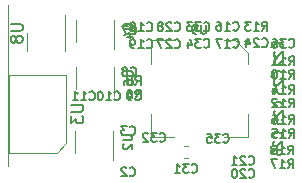
<source format=gbr>
G04 #@! TF.GenerationSoftware,KiCad,Pcbnew,(5.1.5-0-10_14)*
G04 #@! TF.CreationDate,2020-08-21T21:41:28-04:00*
G04 #@! TF.ProjectId,ESLO,45534c4f-2e6b-4696-9361-645f70636258,rev?*
G04 #@! TF.SameCoordinates,Original*
G04 #@! TF.FileFunction,Legend,Bot*
G04 #@! TF.FilePolarity,Positive*
%FSLAX46Y46*%
G04 Gerber Fmt 4.6, Leading zero omitted, Abs format (unit mm)*
G04 Created by KiCad (PCBNEW (5.1.5-0-10_14)) date 2020-08-21 21:41:28*
%MOMM*%
%LPD*%
G04 APERTURE LIST*
%ADD10C,0.120000*%
%ADD11C,0.100000*%
%ADD12C,0.200000*%
%ADD13C,0.150000*%
G04 APERTURE END LIST*
D10*
X146100000Y-100200000D02*
X146100000Y-113800000D01*
D11*
X168370000Y-109925000D02*
G75*
G03X168370000Y-109925000I-50000J0D01*
G01*
X168370000Y-106225000D02*
G75*
G03X168370000Y-106225000I-50000J0D01*
G01*
X166095000Y-100875000D02*
G75*
G03X166095000Y-100875000I-50000J0D01*
G01*
X168370000Y-107375000D02*
G75*
G03X168370000Y-107375000I-50000J0D01*
G01*
X168370000Y-103800000D02*
G75*
G03X168370000Y-103800000I-50000J0D01*
G01*
X168370000Y-104925000D02*
G75*
G03X168370000Y-104925000I-50000J0D01*
G01*
D10*
X160999721Y-112140000D02*
X161325279Y-112140000D01*
X160999721Y-113160000D02*
X161325279Y-113160000D01*
X154960000Y-110900000D02*
X154960000Y-113350000D01*
X151740000Y-112700000D02*
X151740000Y-110900000D01*
D12*
X166400000Y-103300000D02*
G75*
G03X166400000Y-103300000I-100000J0D01*
G01*
D10*
X166420000Y-104300000D02*
X166420000Y-105180000D01*
X165300000Y-103180000D02*
X166420000Y-104300000D01*
X164420000Y-103180000D02*
X165300000Y-103180000D01*
X166420000Y-111420000D02*
X166420000Y-109420000D01*
X164420000Y-111420000D02*
X166420000Y-111420000D01*
X158180000Y-103180000D02*
X158180000Y-105180000D01*
X160180000Y-103180000D02*
X158180000Y-103180000D01*
X158180000Y-111420000D02*
X158180000Y-109420000D01*
X160180000Y-111420000D02*
X158180000Y-111420000D01*
X158180000Y-103180000D02*
X158180000Y-105180000D01*
X160180000Y-103180000D02*
X158180000Y-103180000D01*
X158180000Y-103180000D02*
X158180000Y-105180000D01*
X160180000Y-103180000D02*
X158180000Y-103180000D01*
X146205000Y-112725000D02*
X150215000Y-112725000D01*
X146205000Y-106125000D02*
X146205000Y-112725000D01*
X151015000Y-106125000D02*
X146205000Y-106125000D01*
X151015000Y-111925000D02*
X151015000Y-106125000D01*
X150215000Y-112725000D02*
X151015000Y-111925000D01*
X150960000Y-101080000D02*
X150960000Y-104080000D01*
X147740000Y-102580000D02*
X147740000Y-104080000D01*
X155060000Y-105500000D02*
X155060000Y-107950000D01*
X151840000Y-107300000D02*
X151840000Y-105500000D01*
X155060000Y-101500000D02*
X155060000Y-103950000D01*
X151840000Y-103300000D02*
X151840000Y-101500000D01*
D13*
X169237857Y-111452857D02*
X169273571Y-111417142D01*
X169309285Y-111310000D01*
X169309285Y-111238571D01*
X169273571Y-111131428D01*
X169202142Y-111060000D01*
X169130714Y-111024285D01*
X168987857Y-110988571D01*
X168880714Y-110988571D01*
X168737857Y-111024285D01*
X168666428Y-111060000D01*
X168595000Y-111131428D01*
X168559285Y-111238571D01*
X168559285Y-111310000D01*
X168595000Y-111417142D01*
X168630714Y-111452857D01*
X168630714Y-111738571D02*
X168595000Y-111774285D01*
X168559285Y-111845714D01*
X168559285Y-112024285D01*
X168595000Y-112095714D01*
X168630714Y-112131428D01*
X168702142Y-112167142D01*
X168773571Y-112167142D01*
X168880714Y-112131428D01*
X169309285Y-111702857D01*
X169309285Y-112167142D01*
X168559285Y-112810000D02*
X168559285Y-112667142D01*
X168595000Y-112595714D01*
X168630714Y-112560000D01*
X168737857Y-112488571D01*
X168880714Y-112452857D01*
X169166428Y-112452857D01*
X169237857Y-112488571D01*
X169273571Y-112524285D01*
X169309285Y-112595714D01*
X169309285Y-112738571D01*
X169273571Y-112810000D01*
X169237857Y-112845714D01*
X169166428Y-112881428D01*
X168987857Y-112881428D01*
X168916428Y-112845714D01*
X168880714Y-112810000D01*
X168845000Y-112738571D01*
X168845000Y-112595714D01*
X168880714Y-112524285D01*
X168916428Y-112488571D01*
X168987857Y-112452857D01*
X164342142Y-111797857D02*
X164377857Y-111833571D01*
X164485000Y-111869285D01*
X164556428Y-111869285D01*
X164663571Y-111833571D01*
X164735000Y-111762142D01*
X164770714Y-111690714D01*
X164806428Y-111547857D01*
X164806428Y-111440714D01*
X164770714Y-111297857D01*
X164735000Y-111226428D01*
X164663571Y-111155000D01*
X164556428Y-111119285D01*
X164485000Y-111119285D01*
X164377857Y-111155000D01*
X164342142Y-111190714D01*
X164092142Y-111119285D02*
X163627857Y-111119285D01*
X163877857Y-111405000D01*
X163770714Y-111405000D01*
X163699285Y-111440714D01*
X163663571Y-111476428D01*
X163627857Y-111547857D01*
X163627857Y-111726428D01*
X163663571Y-111797857D01*
X163699285Y-111833571D01*
X163770714Y-111869285D01*
X163985000Y-111869285D01*
X164056428Y-111833571D01*
X164092142Y-111797857D01*
X162949285Y-111119285D02*
X163306428Y-111119285D01*
X163342142Y-111476428D01*
X163306428Y-111440714D01*
X163235000Y-111405000D01*
X163056428Y-111405000D01*
X162985000Y-111440714D01*
X162949285Y-111476428D01*
X162913571Y-111547857D01*
X162913571Y-111726428D01*
X162949285Y-111797857D01*
X162985000Y-111833571D01*
X163056428Y-111869285D01*
X163235000Y-111869285D01*
X163306428Y-111833571D01*
X163342142Y-111797857D01*
X162692142Y-103762857D02*
X162727857Y-103798571D01*
X162835000Y-103834285D01*
X162906428Y-103834285D01*
X163013571Y-103798571D01*
X163085000Y-103727142D01*
X163120714Y-103655714D01*
X163156428Y-103512857D01*
X163156428Y-103405714D01*
X163120714Y-103262857D01*
X163085000Y-103191428D01*
X163013571Y-103120000D01*
X162906428Y-103084285D01*
X162835000Y-103084285D01*
X162727857Y-103120000D01*
X162692142Y-103155714D01*
X162442142Y-103084285D02*
X161977857Y-103084285D01*
X162227857Y-103370000D01*
X162120714Y-103370000D01*
X162049285Y-103405714D01*
X162013571Y-103441428D01*
X161977857Y-103512857D01*
X161977857Y-103691428D01*
X162013571Y-103762857D01*
X162049285Y-103798571D01*
X162120714Y-103834285D01*
X162335000Y-103834285D01*
X162406428Y-103798571D01*
X162442142Y-103762857D01*
X161335000Y-103334285D02*
X161335000Y-103834285D01*
X161513571Y-103048571D02*
X161692142Y-103584285D01*
X161227857Y-103584285D01*
X162692142Y-102337857D02*
X162727857Y-102373571D01*
X162835000Y-102409285D01*
X162906428Y-102409285D01*
X163013571Y-102373571D01*
X163085000Y-102302142D01*
X163120714Y-102230714D01*
X163156428Y-102087857D01*
X163156428Y-101980714D01*
X163120714Y-101837857D01*
X163085000Y-101766428D01*
X163013571Y-101695000D01*
X162906428Y-101659285D01*
X162835000Y-101659285D01*
X162727857Y-101695000D01*
X162692142Y-101730714D01*
X162442142Y-101659285D02*
X161977857Y-101659285D01*
X162227857Y-101945000D01*
X162120714Y-101945000D01*
X162049285Y-101980714D01*
X162013571Y-102016428D01*
X161977857Y-102087857D01*
X161977857Y-102266428D01*
X162013571Y-102337857D01*
X162049285Y-102373571D01*
X162120714Y-102409285D01*
X162335000Y-102409285D01*
X162406428Y-102373571D01*
X162442142Y-102337857D01*
X161727857Y-101659285D02*
X161263571Y-101659285D01*
X161513571Y-101945000D01*
X161406428Y-101945000D01*
X161335000Y-101980714D01*
X161299285Y-102016428D01*
X161263571Y-102087857D01*
X161263571Y-102266428D01*
X161299285Y-102337857D01*
X161335000Y-102373571D01*
X161406428Y-102409285D01*
X161620714Y-102409285D01*
X161692142Y-102373571D01*
X161727857Y-102337857D01*
X158942142Y-111722857D02*
X158977857Y-111758571D01*
X159085000Y-111794285D01*
X159156428Y-111794285D01*
X159263571Y-111758571D01*
X159335000Y-111687142D01*
X159370714Y-111615714D01*
X159406428Y-111472857D01*
X159406428Y-111365714D01*
X159370714Y-111222857D01*
X159335000Y-111151428D01*
X159263571Y-111080000D01*
X159156428Y-111044285D01*
X159085000Y-111044285D01*
X158977857Y-111080000D01*
X158942142Y-111115714D01*
X158692142Y-111044285D02*
X158227857Y-111044285D01*
X158477857Y-111330000D01*
X158370714Y-111330000D01*
X158299285Y-111365714D01*
X158263571Y-111401428D01*
X158227857Y-111472857D01*
X158227857Y-111651428D01*
X158263571Y-111722857D01*
X158299285Y-111758571D01*
X158370714Y-111794285D01*
X158585000Y-111794285D01*
X158656428Y-111758571D01*
X158692142Y-111722857D01*
X157942142Y-111115714D02*
X157906428Y-111080000D01*
X157835000Y-111044285D01*
X157656428Y-111044285D01*
X157585000Y-111080000D01*
X157549285Y-111115714D01*
X157513571Y-111187142D01*
X157513571Y-111258571D01*
X157549285Y-111365714D01*
X157977857Y-111794285D01*
X157513571Y-111794285D01*
X169842142Y-112859285D02*
X170092142Y-112502142D01*
X170270714Y-112859285D02*
X170270714Y-112109285D01*
X169985000Y-112109285D01*
X169913571Y-112145000D01*
X169877857Y-112180714D01*
X169842142Y-112252142D01*
X169842142Y-112359285D01*
X169877857Y-112430714D01*
X169913571Y-112466428D01*
X169985000Y-112502142D01*
X170270714Y-112502142D01*
X169127857Y-112859285D02*
X169556428Y-112859285D01*
X169342142Y-112859285D02*
X169342142Y-112109285D01*
X169413571Y-112216428D01*
X169485000Y-112287857D01*
X169556428Y-112323571D01*
X168699285Y-112430714D02*
X168770714Y-112395000D01*
X168806428Y-112359285D01*
X168842142Y-112287857D01*
X168842142Y-112252142D01*
X168806428Y-112180714D01*
X168770714Y-112145000D01*
X168699285Y-112109285D01*
X168556428Y-112109285D01*
X168485000Y-112145000D01*
X168449285Y-112180714D01*
X168413571Y-112252142D01*
X168413571Y-112287857D01*
X168449285Y-112359285D01*
X168485000Y-112395000D01*
X168556428Y-112430714D01*
X168699285Y-112430714D01*
X168770714Y-112466428D01*
X168806428Y-112502142D01*
X168842142Y-112573571D01*
X168842142Y-112716428D01*
X168806428Y-112787857D01*
X168770714Y-112823571D01*
X168699285Y-112859285D01*
X168556428Y-112859285D01*
X168485000Y-112823571D01*
X168449285Y-112787857D01*
X168413571Y-112716428D01*
X168413571Y-112573571D01*
X168449285Y-112502142D01*
X168485000Y-112466428D01*
X168556428Y-112430714D01*
X169842142Y-114034285D02*
X170092142Y-113677142D01*
X170270714Y-114034285D02*
X170270714Y-113284285D01*
X169985000Y-113284285D01*
X169913571Y-113320000D01*
X169877857Y-113355714D01*
X169842142Y-113427142D01*
X169842142Y-113534285D01*
X169877857Y-113605714D01*
X169913571Y-113641428D01*
X169985000Y-113677142D01*
X170270714Y-113677142D01*
X169127857Y-114034285D02*
X169556428Y-114034285D01*
X169342142Y-114034285D02*
X169342142Y-113284285D01*
X169413571Y-113391428D01*
X169485000Y-113462857D01*
X169556428Y-113498571D01*
X168877857Y-113284285D02*
X168377857Y-113284285D01*
X168699285Y-114034285D01*
X169892142Y-110259285D02*
X170142142Y-109902142D01*
X170320714Y-110259285D02*
X170320714Y-109509285D01*
X170035000Y-109509285D01*
X169963571Y-109545000D01*
X169927857Y-109580714D01*
X169892142Y-109652142D01*
X169892142Y-109759285D01*
X169927857Y-109830714D01*
X169963571Y-109866428D01*
X170035000Y-109902142D01*
X170320714Y-109902142D01*
X169177857Y-110259285D02*
X169606428Y-110259285D01*
X169392142Y-110259285D02*
X169392142Y-109509285D01*
X169463571Y-109616428D01*
X169535000Y-109687857D01*
X169606428Y-109723571D01*
X168535000Y-109509285D02*
X168677857Y-109509285D01*
X168749285Y-109545000D01*
X168785000Y-109580714D01*
X168856428Y-109687857D01*
X168892142Y-109830714D01*
X168892142Y-110116428D01*
X168856428Y-110187857D01*
X168820714Y-110223571D01*
X168749285Y-110259285D01*
X168606428Y-110259285D01*
X168535000Y-110223571D01*
X168499285Y-110187857D01*
X168463571Y-110116428D01*
X168463571Y-109937857D01*
X168499285Y-109866428D01*
X168535000Y-109830714D01*
X168606428Y-109795000D01*
X168749285Y-109795000D01*
X168820714Y-109830714D01*
X168856428Y-109866428D01*
X168892142Y-109937857D01*
X169892142Y-111434285D02*
X170142142Y-111077142D01*
X170320714Y-111434285D02*
X170320714Y-110684285D01*
X170035000Y-110684285D01*
X169963571Y-110720000D01*
X169927857Y-110755714D01*
X169892142Y-110827142D01*
X169892142Y-110934285D01*
X169927857Y-111005714D01*
X169963571Y-111041428D01*
X170035000Y-111077142D01*
X170320714Y-111077142D01*
X169177857Y-111434285D02*
X169606428Y-111434285D01*
X169392142Y-111434285D02*
X169392142Y-110684285D01*
X169463571Y-110791428D01*
X169535000Y-110862857D01*
X169606428Y-110898571D01*
X168499285Y-110684285D02*
X168856428Y-110684285D01*
X168892142Y-111041428D01*
X168856428Y-111005714D01*
X168785000Y-110970000D01*
X168606428Y-110970000D01*
X168535000Y-111005714D01*
X168499285Y-111041428D01*
X168463571Y-111112857D01*
X168463571Y-111291428D01*
X168499285Y-111362857D01*
X168535000Y-111398571D01*
X168606428Y-111434285D01*
X168785000Y-111434285D01*
X168856428Y-111398571D01*
X168892142Y-111362857D01*
X169892142Y-107734285D02*
X170142142Y-107377142D01*
X170320714Y-107734285D02*
X170320714Y-106984285D01*
X170035000Y-106984285D01*
X169963571Y-107020000D01*
X169927857Y-107055714D01*
X169892142Y-107127142D01*
X169892142Y-107234285D01*
X169927857Y-107305714D01*
X169963571Y-107341428D01*
X170035000Y-107377142D01*
X170320714Y-107377142D01*
X169177857Y-107734285D02*
X169606428Y-107734285D01*
X169392142Y-107734285D02*
X169392142Y-106984285D01*
X169463571Y-107091428D01*
X169535000Y-107162857D01*
X169606428Y-107198571D01*
X168535000Y-107234285D02*
X168535000Y-107734285D01*
X168713571Y-106948571D02*
X168892142Y-107484285D01*
X168427857Y-107484285D01*
X167617142Y-102384285D02*
X167867142Y-102027142D01*
X168045714Y-102384285D02*
X168045714Y-101634285D01*
X167760000Y-101634285D01*
X167688571Y-101670000D01*
X167652857Y-101705714D01*
X167617142Y-101777142D01*
X167617142Y-101884285D01*
X167652857Y-101955714D01*
X167688571Y-101991428D01*
X167760000Y-102027142D01*
X168045714Y-102027142D01*
X166902857Y-102384285D02*
X167331428Y-102384285D01*
X167117142Y-102384285D02*
X167117142Y-101634285D01*
X167188571Y-101741428D01*
X167260000Y-101812857D01*
X167331428Y-101848571D01*
X166652857Y-101634285D02*
X166188571Y-101634285D01*
X166438571Y-101920000D01*
X166331428Y-101920000D01*
X166260000Y-101955714D01*
X166224285Y-101991428D01*
X166188571Y-102062857D01*
X166188571Y-102241428D01*
X166224285Y-102312857D01*
X166260000Y-102348571D01*
X166331428Y-102384285D01*
X166545714Y-102384285D01*
X166617142Y-102348571D01*
X166652857Y-102312857D01*
X169892142Y-108884285D02*
X170142142Y-108527142D01*
X170320714Y-108884285D02*
X170320714Y-108134285D01*
X170035000Y-108134285D01*
X169963571Y-108170000D01*
X169927857Y-108205714D01*
X169892142Y-108277142D01*
X169892142Y-108384285D01*
X169927857Y-108455714D01*
X169963571Y-108491428D01*
X170035000Y-108527142D01*
X170320714Y-108527142D01*
X169177857Y-108884285D02*
X169606428Y-108884285D01*
X169392142Y-108884285D02*
X169392142Y-108134285D01*
X169463571Y-108241428D01*
X169535000Y-108312857D01*
X169606428Y-108348571D01*
X168892142Y-108205714D02*
X168856428Y-108170000D01*
X168785000Y-108134285D01*
X168606428Y-108134285D01*
X168535000Y-108170000D01*
X168499285Y-108205714D01*
X168463571Y-108277142D01*
X168463571Y-108348571D01*
X168499285Y-108455714D01*
X168927857Y-108884285D01*
X168463571Y-108884285D01*
X169892142Y-105309285D02*
X170142142Y-104952142D01*
X170320714Y-105309285D02*
X170320714Y-104559285D01*
X170035000Y-104559285D01*
X169963571Y-104595000D01*
X169927857Y-104630714D01*
X169892142Y-104702142D01*
X169892142Y-104809285D01*
X169927857Y-104880714D01*
X169963571Y-104916428D01*
X170035000Y-104952142D01*
X170320714Y-104952142D01*
X169177857Y-105309285D02*
X169606428Y-105309285D01*
X169392142Y-105309285D02*
X169392142Y-104559285D01*
X169463571Y-104666428D01*
X169535000Y-104737857D01*
X169606428Y-104773571D01*
X168463571Y-105309285D02*
X168892142Y-105309285D01*
X168677857Y-105309285D02*
X168677857Y-104559285D01*
X168749285Y-104666428D01*
X168820714Y-104737857D01*
X168892142Y-104773571D01*
X169892142Y-106434285D02*
X170142142Y-106077142D01*
X170320714Y-106434285D02*
X170320714Y-105684285D01*
X170035000Y-105684285D01*
X169963571Y-105720000D01*
X169927857Y-105755714D01*
X169892142Y-105827142D01*
X169892142Y-105934285D01*
X169927857Y-106005714D01*
X169963571Y-106041428D01*
X170035000Y-106077142D01*
X170320714Y-106077142D01*
X169177857Y-106434285D02*
X169606428Y-106434285D01*
X169392142Y-106434285D02*
X169392142Y-105684285D01*
X169463571Y-105791428D01*
X169535000Y-105862857D01*
X169606428Y-105898571D01*
X168713571Y-105684285D02*
X168642142Y-105684285D01*
X168570714Y-105720000D01*
X168535000Y-105755714D01*
X168499285Y-105827142D01*
X168463571Y-105970000D01*
X168463571Y-106148571D01*
X168499285Y-106291428D01*
X168535000Y-106362857D01*
X168570714Y-106398571D01*
X168642142Y-106434285D01*
X168713571Y-106434285D01*
X168785000Y-106398571D01*
X168820714Y-106362857D01*
X168856428Y-106291428D01*
X168892142Y-106148571D01*
X168892142Y-105970000D01*
X168856428Y-105827142D01*
X168820714Y-105755714D01*
X168785000Y-105720000D01*
X168713571Y-105684285D01*
X169892142Y-103737857D02*
X169927857Y-103773571D01*
X170035000Y-103809285D01*
X170106428Y-103809285D01*
X170213571Y-103773571D01*
X170285000Y-103702142D01*
X170320714Y-103630714D01*
X170356428Y-103487857D01*
X170356428Y-103380714D01*
X170320714Y-103237857D01*
X170285000Y-103166428D01*
X170213571Y-103095000D01*
X170106428Y-103059285D01*
X170035000Y-103059285D01*
X169927857Y-103095000D01*
X169892142Y-103130714D01*
X169642142Y-103059285D02*
X169177857Y-103059285D01*
X169427857Y-103345000D01*
X169320714Y-103345000D01*
X169249285Y-103380714D01*
X169213571Y-103416428D01*
X169177857Y-103487857D01*
X169177857Y-103666428D01*
X169213571Y-103737857D01*
X169249285Y-103773571D01*
X169320714Y-103809285D01*
X169535000Y-103809285D01*
X169606428Y-103773571D01*
X169642142Y-103737857D01*
X168535000Y-103059285D02*
X168677857Y-103059285D01*
X168749285Y-103095000D01*
X168785000Y-103130714D01*
X168856428Y-103237857D01*
X168892142Y-103380714D01*
X168892142Y-103666428D01*
X168856428Y-103737857D01*
X168820714Y-103773571D01*
X168749285Y-103809285D01*
X168606428Y-103809285D01*
X168535000Y-103773571D01*
X168499285Y-103737857D01*
X168463571Y-103666428D01*
X168463571Y-103487857D01*
X168499285Y-103416428D01*
X168535000Y-103380714D01*
X168606428Y-103345000D01*
X168749285Y-103345000D01*
X168820714Y-103380714D01*
X168856428Y-103416428D01*
X168892142Y-103487857D01*
X161644642Y-114347857D02*
X161680357Y-114383571D01*
X161787500Y-114419285D01*
X161858928Y-114419285D01*
X161966071Y-114383571D01*
X162037500Y-114312142D01*
X162073214Y-114240714D01*
X162108928Y-114097857D01*
X162108928Y-113990714D01*
X162073214Y-113847857D01*
X162037500Y-113776428D01*
X161966071Y-113705000D01*
X161858928Y-113669285D01*
X161787500Y-113669285D01*
X161680357Y-113705000D01*
X161644642Y-113740714D01*
X161394642Y-113669285D02*
X160930357Y-113669285D01*
X161180357Y-113955000D01*
X161073214Y-113955000D01*
X161001785Y-113990714D01*
X160966071Y-114026428D01*
X160930357Y-114097857D01*
X160930357Y-114276428D01*
X160966071Y-114347857D01*
X161001785Y-114383571D01*
X161073214Y-114419285D01*
X161287500Y-114419285D01*
X161358928Y-114383571D01*
X161394642Y-114347857D01*
X160216071Y-114419285D02*
X160644642Y-114419285D01*
X160430357Y-114419285D02*
X160430357Y-113669285D01*
X160501785Y-113776428D01*
X160573214Y-113847857D01*
X160644642Y-113883571D01*
X160217142Y-102337857D02*
X160252857Y-102373571D01*
X160360000Y-102409285D01*
X160431428Y-102409285D01*
X160538571Y-102373571D01*
X160610000Y-102302142D01*
X160645714Y-102230714D01*
X160681428Y-102087857D01*
X160681428Y-101980714D01*
X160645714Y-101837857D01*
X160610000Y-101766428D01*
X160538571Y-101695000D01*
X160431428Y-101659285D01*
X160360000Y-101659285D01*
X160252857Y-101695000D01*
X160217142Y-101730714D01*
X159931428Y-101730714D02*
X159895714Y-101695000D01*
X159824285Y-101659285D01*
X159645714Y-101659285D01*
X159574285Y-101695000D01*
X159538571Y-101730714D01*
X159502857Y-101802142D01*
X159502857Y-101873571D01*
X159538571Y-101980714D01*
X159967142Y-102409285D01*
X159502857Y-102409285D01*
X159074285Y-101980714D02*
X159145714Y-101945000D01*
X159181428Y-101909285D01*
X159217142Y-101837857D01*
X159217142Y-101802142D01*
X159181428Y-101730714D01*
X159145714Y-101695000D01*
X159074285Y-101659285D01*
X158931428Y-101659285D01*
X158860000Y-101695000D01*
X158824285Y-101730714D01*
X158788571Y-101802142D01*
X158788571Y-101837857D01*
X158824285Y-101909285D01*
X158860000Y-101945000D01*
X158931428Y-101980714D01*
X159074285Y-101980714D01*
X159145714Y-102016428D01*
X159181428Y-102052142D01*
X159217142Y-102123571D01*
X159217142Y-102266428D01*
X159181428Y-102337857D01*
X159145714Y-102373571D01*
X159074285Y-102409285D01*
X158931428Y-102409285D01*
X158860000Y-102373571D01*
X158824285Y-102337857D01*
X158788571Y-102266428D01*
X158788571Y-102123571D01*
X158824285Y-102052142D01*
X158860000Y-102016428D01*
X158931428Y-101980714D01*
X160217142Y-103787857D02*
X160252857Y-103823571D01*
X160360000Y-103859285D01*
X160431428Y-103859285D01*
X160538571Y-103823571D01*
X160610000Y-103752142D01*
X160645714Y-103680714D01*
X160681428Y-103537857D01*
X160681428Y-103430714D01*
X160645714Y-103287857D01*
X160610000Y-103216428D01*
X160538571Y-103145000D01*
X160431428Y-103109285D01*
X160360000Y-103109285D01*
X160252857Y-103145000D01*
X160217142Y-103180714D01*
X159931428Y-103180714D02*
X159895714Y-103145000D01*
X159824285Y-103109285D01*
X159645714Y-103109285D01*
X159574285Y-103145000D01*
X159538571Y-103180714D01*
X159502857Y-103252142D01*
X159502857Y-103323571D01*
X159538571Y-103430714D01*
X159967142Y-103859285D01*
X159502857Y-103859285D01*
X159252857Y-103109285D02*
X158752857Y-103109285D01*
X159074285Y-103859285D01*
X169287857Y-108877857D02*
X169323571Y-108842142D01*
X169359285Y-108735000D01*
X169359285Y-108663571D01*
X169323571Y-108556428D01*
X169252142Y-108485000D01*
X169180714Y-108449285D01*
X169037857Y-108413571D01*
X168930714Y-108413571D01*
X168787857Y-108449285D01*
X168716428Y-108485000D01*
X168645000Y-108556428D01*
X168609285Y-108663571D01*
X168609285Y-108735000D01*
X168645000Y-108842142D01*
X168680714Y-108877857D01*
X168680714Y-109163571D02*
X168645000Y-109199285D01*
X168609285Y-109270714D01*
X168609285Y-109449285D01*
X168645000Y-109520714D01*
X168680714Y-109556428D01*
X168752142Y-109592142D01*
X168823571Y-109592142D01*
X168930714Y-109556428D01*
X169359285Y-109127857D01*
X169359285Y-109592142D01*
X168609285Y-110270714D02*
X168609285Y-109913571D01*
X168966428Y-109877857D01*
X168930714Y-109913571D01*
X168895000Y-109985000D01*
X168895000Y-110163571D01*
X168930714Y-110235000D01*
X168966428Y-110270714D01*
X169037857Y-110306428D01*
X169216428Y-110306428D01*
X169287857Y-110270714D01*
X169323571Y-110235000D01*
X169359285Y-110163571D01*
X169359285Y-109985000D01*
X169323571Y-109913571D01*
X169287857Y-109877857D01*
X167617142Y-103712857D02*
X167652857Y-103748571D01*
X167760000Y-103784285D01*
X167831428Y-103784285D01*
X167938571Y-103748571D01*
X168010000Y-103677142D01*
X168045714Y-103605714D01*
X168081428Y-103462857D01*
X168081428Y-103355714D01*
X168045714Y-103212857D01*
X168010000Y-103141428D01*
X167938571Y-103070000D01*
X167831428Y-103034285D01*
X167760000Y-103034285D01*
X167652857Y-103070000D01*
X167617142Y-103105714D01*
X167331428Y-103105714D02*
X167295714Y-103070000D01*
X167224285Y-103034285D01*
X167045714Y-103034285D01*
X166974285Y-103070000D01*
X166938571Y-103105714D01*
X166902857Y-103177142D01*
X166902857Y-103248571D01*
X166938571Y-103355714D01*
X167367142Y-103784285D01*
X166902857Y-103784285D01*
X166260000Y-103284285D02*
X166260000Y-103784285D01*
X166438571Y-102998571D02*
X166617142Y-103534285D01*
X166152857Y-103534285D01*
X169312857Y-106302857D02*
X169348571Y-106267142D01*
X169384285Y-106160000D01*
X169384285Y-106088571D01*
X169348571Y-105981428D01*
X169277142Y-105910000D01*
X169205714Y-105874285D01*
X169062857Y-105838571D01*
X168955714Y-105838571D01*
X168812857Y-105874285D01*
X168741428Y-105910000D01*
X168670000Y-105981428D01*
X168634285Y-106088571D01*
X168634285Y-106160000D01*
X168670000Y-106267142D01*
X168705714Y-106302857D01*
X168705714Y-106588571D02*
X168670000Y-106624285D01*
X168634285Y-106695714D01*
X168634285Y-106874285D01*
X168670000Y-106945714D01*
X168705714Y-106981428D01*
X168777142Y-107017142D01*
X168848571Y-107017142D01*
X168955714Y-106981428D01*
X169384285Y-106552857D01*
X169384285Y-107017142D01*
X168634285Y-107267142D02*
X168634285Y-107731428D01*
X168920000Y-107481428D01*
X168920000Y-107588571D01*
X168955714Y-107660000D01*
X168991428Y-107695714D01*
X169062857Y-107731428D01*
X169241428Y-107731428D01*
X169312857Y-107695714D01*
X169348571Y-107660000D01*
X169384285Y-107588571D01*
X169384285Y-107374285D01*
X169348571Y-107302857D01*
X169312857Y-107267142D01*
X169312857Y-103882857D02*
X169348571Y-103847142D01*
X169384285Y-103740000D01*
X169384285Y-103668571D01*
X169348571Y-103561428D01*
X169277142Y-103490000D01*
X169205714Y-103454285D01*
X169062857Y-103418571D01*
X168955714Y-103418571D01*
X168812857Y-103454285D01*
X168741428Y-103490000D01*
X168670000Y-103561428D01*
X168634285Y-103668571D01*
X168634285Y-103740000D01*
X168670000Y-103847142D01*
X168705714Y-103882857D01*
X168705714Y-104168571D02*
X168670000Y-104204285D01*
X168634285Y-104275714D01*
X168634285Y-104454285D01*
X168670000Y-104525714D01*
X168705714Y-104561428D01*
X168777142Y-104597142D01*
X168848571Y-104597142D01*
X168955714Y-104561428D01*
X169384285Y-104132857D01*
X169384285Y-104597142D01*
X168705714Y-104882857D02*
X168670000Y-104918571D01*
X168634285Y-104990000D01*
X168634285Y-105168571D01*
X168670000Y-105240000D01*
X168705714Y-105275714D01*
X168777142Y-105311428D01*
X168848571Y-105311428D01*
X168955714Y-105275714D01*
X169384285Y-104847142D01*
X169384285Y-105311428D01*
X166492142Y-113662857D02*
X166527857Y-113698571D01*
X166635000Y-113734285D01*
X166706428Y-113734285D01*
X166813571Y-113698571D01*
X166885000Y-113627142D01*
X166920714Y-113555714D01*
X166956428Y-113412857D01*
X166956428Y-113305714D01*
X166920714Y-113162857D01*
X166885000Y-113091428D01*
X166813571Y-113020000D01*
X166706428Y-112984285D01*
X166635000Y-112984285D01*
X166527857Y-113020000D01*
X166492142Y-113055714D01*
X166206428Y-113055714D02*
X166170714Y-113020000D01*
X166099285Y-112984285D01*
X165920714Y-112984285D01*
X165849285Y-113020000D01*
X165813571Y-113055714D01*
X165777857Y-113127142D01*
X165777857Y-113198571D01*
X165813571Y-113305714D01*
X166242142Y-113734285D01*
X165777857Y-113734285D01*
X165063571Y-113734285D02*
X165492142Y-113734285D01*
X165277857Y-113734285D02*
X165277857Y-112984285D01*
X165349285Y-113091428D01*
X165420714Y-113162857D01*
X165492142Y-113198571D01*
X166492142Y-114762857D02*
X166527857Y-114798571D01*
X166635000Y-114834285D01*
X166706428Y-114834285D01*
X166813571Y-114798571D01*
X166885000Y-114727142D01*
X166920714Y-114655714D01*
X166956428Y-114512857D01*
X166956428Y-114405714D01*
X166920714Y-114262857D01*
X166885000Y-114191428D01*
X166813571Y-114120000D01*
X166706428Y-114084285D01*
X166635000Y-114084285D01*
X166527857Y-114120000D01*
X166492142Y-114155714D01*
X166206428Y-114155714D02*
X166170714Y-114120000D01*
X166099285Y-114084285D01*
X165920714Y-114084285D01*
X165849285Y-114120000D01*
X165813571Y-114155714D01*
X165777857Y-114227142D01*
X165777857Y-114298571D01*
X165813571Y-114405714D01*
X166242142Y-114834285D01*
X165777857Y-114834285D01*
X165313571Y-114084285D02*
X165242142Y-114084285D01*
X165170714Y-114120000D01*
X165135000Y-114155714D01*
X165099285Y-114227142D01*
X165063571Y-114370000D01*
X165063571Y-114548571D01*
X165099285Y-114691428D01*
X165135000Y-114762857D01*
X165170714Y-114798571D01*
X165242142Y-114834285D01*
X165313571Y-114834285D01*
X165385000Y-114798571D01*
X165420714Y-114762857D01*
X165456428Y-114691428D01*
X165492142Y-114548571D01*
X165492142Y-114370000D01*
X165456428Y-114227142D01*
X165420714Y-114155714D01*
X165385000Y-114120000D01*
X165313571Y-114084285D01*
X157867142Y-103787857D02*
X157902857Y-103823571D01*
X158010000Y-103859285D01*
X158081428Y-103859285D01*
X158188571Y-103823571D01*
X158260000Y-103752142D01*
X158295714Y-103680714D01*
X158331428Y-103537857D01*
X158331428Y-103430714D01*
X158295714Y-103287857D01*
X158260000Y-103216428D01*
X158188571Y-103145000D01*
X158081428Y-103109285D01*
X158010000Y-103109285D01*
X157902857Y-103145000D01*
X157867142Y-103180714D01*
X157152857Y-103859285D02*
X157581428Y-103859285D01*
X157367142Y-103859285D02*
X157367142Y-103109285D01*
X157438571Y-103216428D01*
X157510000Y-103287857D01*
X157581428Y-103323571D01*
X156795714Y-103859285D02*
X156652857Y-103859285D01*
X156581428Y-103823571D01*
X156545714Y-103787857D01*
X156474285Y-103680714D01*
X156438571Y-103537857D01*
X156438571Y-103252142D01*
X156474285Y-103180714D01*
X156510000Y-103145000D01*
X156581428Y-103109285D01*
X156724285Y-103109285D01*
X156795714Y-103145000D01*
X156831428Y-103180714D01*
X156867142Y-103252142D01*
X156867142Y-103430714D01*
X156831428Y-103502142D01*
X156795714Y-103537857D01*
X156724285Y-103573571D01*
X156581428Y-103573571D01*
X156510000Y-103537857D01*
X156474285Y-103502142D01*
X156438571Y-103430714D01*
X157867142Y-102362857D02*
X157902857Y-102398571D01*
X158010000Y-102434285D01*
X158081428Y-102434285D01*
X158188571Y-102398571D01*
X158260000Y-102327142D01*
X158295714Y-102255714D01*
X158331428Y-102112857D01*
X158331428Y-102005714D01*
X158295714Y-101862857D01*
X158260000Y-101791428D01*
X158188571Y-101720000D01*
X158081428Y-101684285D01*
X158010000Y-101684285D01*
X157902857Y-101720000D01*
X157867142Y-101755714D01*
X157152857Y-102434285D02*
X157581428Y-102434285D01*
X157367142Y-102434285D02*
X157367142Y-101684285D01*
X157438571Y-101791428D01*
X157510000Y-101862857D01*
X157581428Y-101898571D01*
X156724285Y-102005714D02*
X156795714Y-101970000D01*
X156831428Y-101934285D01*
X156867142Y-101862857D01*
X156867142Y-101827142D01*
X156831428Y-101755714D01*
X156795714Y-101720000D01*
X156724285Y-101684285D01*
X156581428Y-101684285D01*
X156510000Y-101720000D01*
X156474285Y-101755714D01*
X156438571Y-101827142D01*
X156438571Y-101862857D01*
X156474285Y-101934285D01*
X156510000Y-101970000D01*
X156581428Y-102005714D01*
X156724285Y-102005714D01*
X156795714Y-102041428D01*
X156831428Y-102077142D01*
X156867142Y-102148571D01*
X156867142Y-102291428D01*
X156831428Y-102362857D01*
X156795714Y-102398571D01*
X156724285Y-102434285D01*
X156581428Y-102434285D01*
X156510000Y-102398571D01*
X156474285Y-102362857D01*
X156438571Y-102291428D01*
X156438571Y-102148571D01*
X156474285Y-102077142D01*
X156510000Y-102041428D01*
X156581428Y-102005714D01*
X165182142Y-103737857D02*
X165217857Y-103773571D01*
X165325000Y-103809285D01*
X165396428Y-103809285D01*
X165503571Y-103773571D01*
X165575000Y-103702142D01*
X165610714Y-103630714D01*
X165646428Y-103487857D01*
X165646428Y-103380714D01*
X165610714Y-103237857D01*
X165575000Y-103166428D01*
X165503571Y-103095000D01*
X165396428Y-103059285D01*
X165325000Y-103059285D01*
X165217857Y-103095000D01*
X165182142Y-103130714D01*
X164467857Y-103809285D02*
X164896428Y-103809285D01*
X164682142Y-103809285D02*
X164682142Y-103059285D01*
X164753571Y-103166428D01*
X164825000Y-103237857D01*
X164896428Y-103273571D01*
X164217857Y-103059285D02*
X163717857Y-103059285D01*
X164039285Y-103809285D01*
X165167142Y-102312857D02*
X165202857Y-102348571D01*
X165310000Y-102384285D01*
X165381428Y-102384285D01*
X165488571Y-102348571D01*
X165560000Y-102277142D01*
X165595714Y-102205714D01*
X165631428Y-102062857D01*
X165631428Y-101955714D01*
X165595714Y-101812857D01*
X165560000Y-101741428D01*
X165488571Y-101670000D01*
X165381428Y-101634285D01*
X165310000Y-101634285D01*
X165202857Y-101670000D01*
X165167142Y-101705714D01*
X164452857Y-102384285D02*
X164881428Y-102384285D01*
X164667142Y-102384285D02*
X164667142Y-101634285D01*
X164738571Y-101741428D01*
X164810000Y-101812857D01*
X164881428Y-101848571D01*
X163810000Y-101634285D02*
X163952857Y-101634285D01*
X164024285Y-101670000D01*
X164060000Y-101705714D01*
X164131428Y-101812857D01*
X164167142Y-101955714D01*
X164167142Y-102241428D01*
X164131428Y-102312857D01*
X164095714Y-102348571D01*
X164024285Y-102384285D01*
X163881428Y-102384285D01*
X163810000Y-102348571D01*
X163774285Y-102312857D01*
X163738571Y-102241428D01*
X163738571Y-102062857D01*
X163774285Y-101991428D01*
X163810000Y-101955714D01*
X163881428Y-101920000D01*
X164024285Y-101920000D01*
X164095714Y-101955714D01*
X164131428Y-101991428D01*
X164167142Y-102062857D01*
X155839285Y-111228571D02*
X156446428Y-111228571D01*
X156517857Y-111264285D01*
X156553571Y-111300000D01*
X156589285Y-111371428D01*
X156589285Y-111514285D01*
X156553571Y-111585714D01*
X156517857Y-111621428D01*
X156446428Y-111657142D01*
X155839285Y-111657142D01*
X155910714Y-111978571D02*
X155875000Y-112014285D01*
X155839285Y-112085714D01*
X155839285Y-112264285D01*
X155875000Y-112335714D01*
X155910714Y-112371428D01*
X155982142Y-112407142D01*
X156053571Y-112407142D01*
X156160714Y-112371428D01*
X156589285Y-111942857D01*
X156589285Y-112407142D01*
X162871428Y-101889285D02*
X162871428Y-102496428D01*
X162835714Y-102567857D01*
X162800000Y-102603571D01*
X162728571Y-102639285D01*
X162585714Y-102639285D01*
X162514285Y-102603571D01*
X162478571Y-102567857D01*
X162442857Y-102496428D01*
X162442857Y-101889285D01*
X162050000Y-102639285D02*
X161907142Y-102639285D01*
X161835714Y-102603571D01*
X161800000Y-102567857D01*
X161728571Y-102460714D01*
X161692857Y-102317857D01*
X161692857Y-102032142D01*
X161728571Y-101960714D01*
X161764285Y-101925000D01*
X161835714Y-101889285D01*
X161978571Y-101889285D01*
X162050000Y-101925000D01*
X162085714Y-101960714D01*
X162121428Y-102032142D01*
X162121428Y-102210714D01*
X162085714Y-102282142D01*
X162050000Y-102317857D01*
X161978571Y-102353571D01*
X161835714Y-102353571D01*
X161764285Y-102317857D01*
X161728571Y-102282142D01*
X161692857Y-102210714D01*
X151467380Y-108663095D02*
X152276904Y-108663095D01*
X152372142Y-108710714D01*
X152419761Y-108758333D01*
X152467380Y-108853571D01*
X152467380Y-109044047D01*
X152419761Y-109139285D01*
X152372142Y-109186904D01*
X152276904Y-109234523D01*
X151467380Y-109234523D01*
X151467380Y-109615476D02*
X151467380Y-110234523D01*
X151848333Y-109901190D01*
X151848333Y-110044047D01*
X151895952Y-110139285D01*
X151943571Y-110186904D01*
X152038809Y-110234523D01*
X152276904Y-110234523D01*
X152372142Y-110186904D01*
X152419761Y-110139285D01*
X152467380Y-110044047D01*
X152467380Y-109758333D01*
X152419761Y-109663095D01*
X152372142Y-109615476D01*
X146352380Y-101818095D02*
X147161904Y-101818095D01*
X147257142Y-101865714D01*
X147304761Y-101913333D01*
X147352380Y-102008571D01*
X147352380Y-102199047D01*
X147304761Y-102294285D01*
X147257142Y-102341904D01*
X147161904Y-102389523D01*
X146352380Y-102389523D01*
X146780952Y-103008571D02*
X146733333Y-102913333D01*
X146685714Y-102865714D01*
X146590476Y-102818095D01*
X146542857Y-102818095D01*
X146447619Y-102865714D01*
X146400000Y-102913333D01*
X146352380Y-103008571D01*
X146352380Y-103199047D01*
X146400000Y-103294285D01*
X146447619Y-103341904D01*
X146542857Y-103389523D01*
X146590476Y-103389523D01*
X146685714Y-103341904D01*
X146733333Y-103294285D01*
X146780952Y-103199047D01*
X146780952Y-103008571D01*
X146828571Y-102913333D01*
X146876190Y-102865714D01*
X146971428Y-102818095D01*
X147161904Y-102818095D01*
X147257142Y-102865714D01*
X147304761Y-102913333D01*
X147352380Y-103008571D01*
X147352380Y-103199047D01*
X147304761Y-103294285D01*
X147257142Y-103341904D01*
X147161904Y-103389523D01*
X146971428Y-103389523D01*
X146876190Y-103341904D01*
X146828571Y-103294285D01*
X146780952Y-103199047D01*
X155939285Y-105828571D02*
X156546428Y-105828571D01*
X156617857Y-105864285D01*
X156653571Y-105900000D01*
X156689285Y-105971428D01*
X156689285Y-106114285D01*
X156653571Y-106185714D01*
X156617857Y-106221428D01*
X156546428Y-106257142D01*
X155939285Y-106257142D01*
X155939285Y-106971428D02*
X155939285Y-106614285D01*
X156296428Y-106578571D01*
X156260714Y-106614285D01*
X156225000Y-106685714D01*
X156225000Y-106864285D01*
X156260714Y-106935714D01*
X156296428Y-106971428D01*
X156367857Y-107007142D01*
X156546428Y-107007142D01*
X156617857Y-106971428D01*
X156653571Y-106935714D01*
X156689285Y-106864285D01*
X156689285Y-106685714D01*
X156653571Y-106614285D01*
X156617857Y-106578571D01*
X155939285Y-101828571D02*
X156546428Y-101828571D01*
X156617857Y-101864285D01*
X156653571Y-101900000D01*
X156689285Y-101971428D01*
X156689285Y-102114285D01*
X156653571Y-102185714D01*
X156617857Y-102221428D01*
X156546428Y-102257142D01*
X155939285Y-102257142D01*
X156189285Y-102935714D02*
X156689285Y-102935714D01*
X155903571Y-102757142D02*
X156439285Y-102578571D01*
X156439285Y-103042857D01*
X156900000Y-108134285D02*
X157150000Y-107777142D01*
X157328571Y-108134285D02*
X157328571Y-107384285D01*
X157042857Y-107384285D01*
X156971428Y-107420000D01*
X156935714Y-107455714D01*
X156900000Y-107527142D01*
X156900000Y-107634285D01*
X156935714Y-107705714D01*
X156971428Y-107741428D01*
X157042857Y-107777142D01*
X157328571Y-107777142D01*
X156257142Y-107384285D02*
X156400000Y-107384285D01*
X156471428Y-107420000D01*
X156507142Y-107455714D01*
X156578571Y-107562857D01*
X156614285Y-107705714D01*
X156614285Y-107991428D01*
X156578571Y-108062857D01*
X156542857Y-108098571D01*
X156471428Y-108134285D01*
X156328571Y-108134285D01*
X156257142Y-108098571D01*
X156221428Y-108062857D01*
X156185714Y-107991428D01*
X156185714Y-107812857D01*
X156221428Y-107741428D01*
X156257142Y-107705714D01*
X156328571Y-107670000D01*
X156471428Y-107670000D01*
X156542857Y-107705714D01*
X156578571Y-107741428D01*
X156614285Y-107812857D01*
X155122142Y-108197857D02*
X155157857Y-108233571D01*
X155265000Y-108269285D01*
X155336428Y-108269285D01*
X155443571Y-108233571D01*
X155515000Y-108162142D01*
X155550714Y-108090714D01*
X155586428Y-107947857D01*
X155586428Y-107840714D01*
X155550714Y-107697857D01*
X155515000Y-107626428D01*
X155443571Y-107555000D01*
X155336428Y-107519285D01*
X155265000Y-107519285D01*
X155157857Y-107555000D01*
X155122142Y-107590714D01*
X154407857Y-108269285D02*
X154836428Y-108269285D01*
X154622142Y-108269285D02*
X154622142Y-107519285D01*
X154693571Y-107626428D01*
X154765000Y-107697857D01*
X154836428Y-107733571D01*
X153943571Y-107519285D02*
X153872142Y-107519285D01*
X153800714Y-107555000D01*
X153765000Y-107590714D01*
X153729285Y-107662142D01*
X153693571Y-107805000D01*
X153693571Y-107983571D01*
X153729285Y-108126428D01*
X153765000Y-108197857D01*
X153800714Y-108233571D01*
X153872142Y-108269285D01*
X153943571Y-108269285D01*
X154015000Y-108233571D01*
X154050714Y-108197857D01*
X154086428Y-108126428D01*
X154122142Y-107983571D01*
X154122142Y-107805000D01*
X154086428Y-107662142D01*
X154050714Y-107590714D01*
X154015000Y-107555000D01*
X153943571Y-107519285D01*
X153007142Y-108197857D02*
X153042857Y-108233571D01*
X153150000Y-108269285D01*
X153221428Y-108269285D01*
X153328571Y-108233571D01*
X153400000Y-108162142D01*
X153435714Y-108090714D01*
X153471428Y-107947857D01*
X153471428Y-107840714D01*
X153435714Y-107697857D01*
X153400000Y-107626428D01*
X153328571Y-107555000D01*
X153221428Y-107519285D01*
X153150000Y-107519285D01*
X153042857Y-107555000D01*
X153007142Y-107590714D01*
X152292857Y-108269285D02*
X152721428Y-108269285D01*
X152507142Y-108269285D02*
X152507142Y-107519285D01*
X152578571Y-107626428D01*
X152650000Y-107697857D01*
X152721428Y-107733571D01*
X151578571Y-108269285D02*
X152007142Y-108269285D01*
X151792857Y-108269285D02*
X151792857Y-107519285D01*
X151864285Y-107626428D01*
X151935714Y-107697857D01*
X152007142Y-107733571D01*
X156410000Y-111147857D02*
X156445714Y-111183571D01*
X156552857Y-111219285D01*
X156624285Y-111219285D01*
X156731428Y-111183571D01*
X156802857Y-111112142D01*
X156838571Y-111040714D01*
X156874285Y-110897857D01*
X156874285Y-110790714D01*
X156838571Y-110647857D01*
X156802857Y-110576428D01*
X156731428Y-110505000D01*
X156624285Y-110469285D01*
X156552857Y-110469285D01*
X156445714Y-110505000D01*
X156410000Y-110540714D01*
X156160000Y-110469285D02*
X155695714Y-110469285D01*
X155945714Y-110755000D01*
X155838571Y-110755000D01*
X155767142Y-110790714D01*
X155731428Y-110826428D01*
X155695714Y-110897857D01*
X155695714Y-111076428D01*
X155731428Y-111147857D01*
X155767142Y-111183571D01*
X155838571Y-111219285D01*
X156052857Y-111219285D01*
X156124285Y-111183571D01*
X156160000Y-111147857D01*
X156900000Y-108197857D02*
X156935714Y-108233571D01*
X157042857Y-108269285D01*
X157114285Y-108269285D01*
X157221428Y-108233571D01*
X157292857Y-108162142D01*
X157328571Y-108090714D01*
X157364285Y-107947857D01*
X157364285Y-107840714D01*
X157328571Y-107697857D01*
X157292857Y-107626428D01*
X157221428Y-107555000D01*
X157114285Y-107519285D01*
X157042857Y-107519285D01*
X156935714Y-107555000D01*
X156900000Y-107590714D01*
X156542857Y-108269285D02*
X156400000Y-108269285D01*
X156328571Y-108233571D01*
X156292857Y-108197857D01*
X156221428Y-108090714D01*
X156185714Y-107947857D01*
X156185714Y-107662142D01*
X156221428Y-107590714D01*
X156257142Y-107555000D01*
X156328571Y-107519285D01*
X156471428Y-107519285D01*
X156542857Y-107555000D01*
X156578571Y-107590714D01*
X156614285Y-107662142D01*
X156614285Y-107840714D01*
X156578571Y-107912142D01*
X156542857Y-107947857D01*
X156471428Y-107983571D01*
X156328571Y-107983571D01*
X156257142Y-107947857D01*
X156221428Y-107912142D01*
X156185714Y-107840714D01*
X156400000Y-114637857D02*
X156435714Y-114673571D01*
X156542857Y-114709285D01*
X156614285Y-114709285D01*
X156721428Y-114673571D01*
X156792857Y-114602142D01*
X156828571Y-114530714D01*
X156864285Y-114387857D01*
X156864285Y-114280714D01*
X156828571Y-114137857D01*
X156792857Y-114066428D01*
X156721428Y-113995000D01*
X156614285Y-113959285D01*
X156542857Y-113959285D01*
X156435714Y-113995000D01*
X156400000Y-114030714D01*
X156114285Y-114030714D02*
X156078571Y-113995000D01*
X156007142Y-113959285D01*
X155828571Y-113959285D01*
X155757142Y-113995000D01*
X155721428Y-114030714D01*
X155685714Y-114102142D01*
X155685714Y-114173571D01*
X155721428Y-114280714D01*
X156150000Y-114709285D01*
X155685714Y-114709285D01*
X156495000Y-106147857D02*
X156530714Y-106183571D01*
X156637857Y-106219285D01*
X156709285Y-106219285D01*
X156816428Y-106183571D01*
X156887857Y-106112142D01*
X156923571Y-106040714D01*
X156959285Y-105897857D01*
X156959285Y-105790714D01*
X156923571Y-105647857D01*
X156887857Y-105576428D01*
X156816428Y-105505000D01*
X156709285Y-105469285D01*
X156637857Y-105469285D01*
X156530714Y-105505000D01*
X156495000Y-105540714D01*
X156066428Y-105790714D02*
X156137857Y-105755000D01*
X156173571Y-105719285D01*
X156209285Y-105647857D01*
X156209285Y-105612142D01*
X156173571Y-105540714D01*
X156137857Y-105505000D01*
X156066428Y-105469285D01*
X155923571Y-105469285D01*
X155852142Y-105505000D01*
X155816428Y-105540714D01*
X155780714Y-105612142D01*
X155780714Y-105647857D01*
X155816428Y-105719285D01*
X155852142Y-105755000D01*
X155923571Y-105790714D01*
X156066428Y-105790714D01*
X156137857Y-105826428D01*
X156173571Y-105862142D01*
X156209285Y-105933571D01*
X156209285Y-106076428D01*
X156173571Y-106147857D01*
X156137857Y-106183571D01*
X156066428Y-106219285D01*
X155923571Y-106219285D01*
X155852142Y-106183571D01*
X155816428Y-106147857D01*
X155780714Y-106076428D01*
X155780714Y-105933571D01*
X155816428Y-105862142D01*
X155852142Y-105826428D01*
X155923571Y-105790714D01*
X156500000Y-102627857D02*
X156535714Y-102663571D01*
X156642857Y-102699285D01*
X156714285Y-102699285D01*
X156821428Y-102663571D01*
X156892857Y-102592142D01*
X156928571Y-102520714D01*
X156964285Y-102377857D01*
X156964285Y-102270714D01*
X156928571Y-102127857D01*
X156892857Y-102056428D01*
X156821428Y-101985000D01*
X156714285Y-101949285D01*
X156642857Y-101949285D01*
X156535714Y-101985000D01*
X156500000Y-102020714D01*
X156250000Y-101949285D02*
X155750000Y-101949285D01*
X156071428Y-102699285D01*
X156900000Y-106969285D02*
X157150000Y-106612142D01*
X157328571Y-106969285D02*
X157328571Y-106219285D01*
X157042857Y-106219285D01*
X156971428Y-106255000D01*
X156935714Y-106290714D01*
X156900000Y-106362142D01*
X156900000Y-106469285D01*
X156935714Y-106540714D01*
X156971428Y-106576428D01*
X157042857Y-106612142D01*
X157328571Y-106612142D01*
X156471428Y-106540714D02*
X156542857Y-106505000D01*
X156578571Y-106469285D01*
X156614285Y-106397857D01*
X156614285Y-106362142D01*
X156578571Y-106290714D01*
X156542857Y-106255000D01*
X156471428Y-106219285D01*
X156328571Y-106219285D01*
X156257142Y-106255000D01*
X156221428Y-106290714D01*
X156185714Y-106362142D01*
X156185714Y-106397857D01*
X156221428Y-106469285D01*
X156257142Y-106505000D01*
X156328571Y-106540714D01*
X156471428Y-106540714D01*
X156542857Y-106576428D01*
X156578571Y-106612142D01*
X156614285Y-106683571D01*
X156614285Y-106826428D01*
X156578571Y-106897857D01*
X156542857Y-106933571D01*
X156471428Y-106969285D01*
X156328571Y-106969285D01*
X156257142Y-106933571D01*
X156221428Y-106897857D01*
X156185714Y-106826428D01*
X156185714Y-106683571D01*
X156221428Y-106612142D01*
X156257142Y-106576428D01*
X156328571Y-106540714D01*
M02*

</source>
